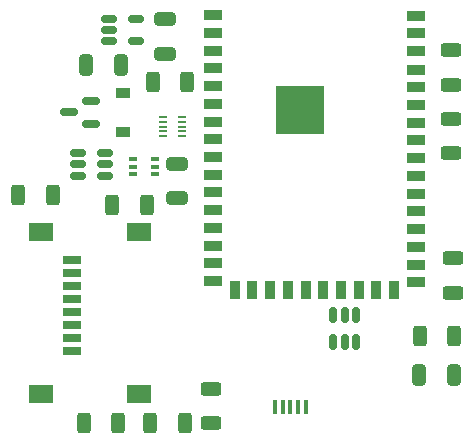
<source format=gbr>
%TF.GenerationSoftware,KiCad,Pcbnew,(6.0.2)*%
%TF.CreationDate,2022-04-10T15:53:23+02:00*%
%TF.ProjectId,V3,56332e6b-6963-4616-945f-706362585858,rev?*%
%TF.SameCoordinates,Original*%
%TF.FileFunction,Paste,Top*%
%TF.FilePolarity,Positive*%
%FSLAX46Y46*%
G04 Gerber Fmt 4.6, Leading zero omitted, Abs format (unit mm)*
G04 Created by KiCad (PCBNEW (6.0.2)) date 2022-04-10 15:53:23*
%MOMM*%
%LPD*%
G01*
G04 APERTURE LIST*
G04 Aperture macros list*
%AMRoundRect*
0 Rectangle with rounded corners*
0 $1 Rounding radius*
0 $2 $3 $4 $5 $6 $7 $8 $9 X,Y pos of 4 corners*
0 Add a 4 corners polygon primitive as box body*
4,1,4,$2,$3,$4,$5,$6,$7,$8,$9,$2,$3,0*
0 Add four circle primitives for the rounded corners*
1,1,$1+$1,$2,$3*
1,1,$1+$1,$4,$5*
1,1,$1+$1,$6,$7*
1,1,$1+$1,$8,$9*
0 Add four rect primitives between the rounded corners*
20,1,$1+$1,$2,$3,$4,$5,0*
20,1,$1+$1,$4,$5,$6,$7,0*
20,1,$1+$1,$6,$7,$8,$9,0*
20,1,$1+$1,$8,$9,$2,$3,0*%
G04 Aperture macros list end*
%ADD10RoundRect,0.250000X-0.625000X0.312500X-0.625000X-0.312500X0.625000X-0.312500X0.625000X0.312500X0*%
%ADD11RoundRect,0.250000X-0.650000X0.325000X-0.650000X-0.325000X0.650000X-0.325000X0.650000X0.325000X0*%
%ADD12RoundRect,0.250000X0.312500X0.625000X-0.312500X0.625000X-0.312500X-0.625000X0.312500X-0.625000X0*%
%ADD13R,2.050000X1.500000*%
%ADD14R,1.500000X0.800000*%
%ADD15RoundRect,0.150000X0.512500X0.150000X-0.512500X0.150000X-0.512500X-0.150000X0.512500X-0.150000X0*%
%ADD16R,0.650000X0.400000*%
%ADD17RoundRect,0.250000X-0.325000X-0.650000X0.325000X-0.650000X0.325000X0.650000X-0.325000X0.650000X0*%
%ADD18RoundRect,0.150000X0.587500X0.150000X-0.587500X0.150000X-0.587500X-0.150000X0.587500X-0.150000X0*%
%ADD19R,0.450000X1.300000*%
%ADD20R,0.700000X0.250000*%
%ADD21RoundRect,0.150000X-0.150000X0.512500X-0.150000X-0.512500X0.150000X-0.512500X0.150000X0.512500X0*%
%ADD22RoundRect,0.250000X-0.312500X-0.625000X0.312500X-0.625000X0.312500X0.625000X-0.312500X0.625000X0*%
%ADD23RoundRect,0.150000X-0.512500X-0.150000X0.512500X-0.150000X0.512500X0.150000X-0.512500X0.150000X0*%
%ADD24R,1.500000X0.900000*%
%ADD25R,0.900000X1.500000*%
%ADD26R,4.100000X4.100000*%
%ADD27R,1.200000X0.900000*%
G04 APERTURE END LIST*
D10*
%TO.C,R6*%
X141600000Y-105537500D03*
X141600000Y-108462500D03*
%TD*%
D11*
%TO.C,C2*%
X117400000Y-102925000D03*
X117400000Y-105875000D03*
%TD*%
D12*
%TO.C,R3*%
X107862500Y-117800000D03*
X104937500Y-117800000D03*
%TD*%
%TO.C,R2*%
X115862500Y-118600000D03*
X112937500Y-118600000D03*
%TD*%
D13*
%TO.C,J3*%
X106900000Y-120925000D03*
X115200000Y-120925000D03*
X115200000Y-134675000D03*
X106900000Y-134675000D03*
D14*
X109500000Y-123300000D03*
X109500000Y-124400000D03*
X109500000Y-125500000D03*
X109500000Y-126600000D03*
X109500000Y-127700000D03*
X109500000Y-128800000D03*
X109500000Y-129900000D03*
X109500000Y-131000000D03*
%TD*%
D11*
%TO.C,C4*%
X118400000Y-115125000D03*
X118400000Y-118075000D03*
%TD*%
D15*
%TO.C,U1*%
X112337500Y-116150000D03*
X112337500Y-115200000D03*
X112337500Y-114250000D03*
X110062500Y-114250000D03*
X110062500Y-115200000D03*
X110062500Y-116150000D03*
%TD*%
D16*
%TO.C,Q3*%
X114650000Y-114750000D03*
X114650000Y-115400000D03*
X114650000Y-116050000D03*
X116550000Y-116050000D03*
X116550000Y-115400000D03*
X116550000Y-114750000D03*
%TD*%
D12*
%TO.C,R4*%
X119262500Y-108200000D03*
X116337500Y-108200000D03*
%TD*%
%TO.C,R10*%
X119062500Y-137100000D03*
X116137500Y-137100000D03*
%TD*%
D17*
%TO.C,C1*%
X110725000Y-106800000D03*
X113675000Y-106800000D03*
%TD*%
D18*
%TO.C,Q1*%
X111137500Y-111750000D03*
X111137500Y-109850000D03*
X109262500Y-110800000D03*
%TD*%
D19*
%TO.C,J1*%
X126695000Y-135745000D03*
X127345000Y-135745000D03*
X127995000Y-135745000D03*
X128645000Y-135745000D03*
X129295000Y-135745000D03*
%TD*%
D20*
%TO.C,U4*%
X118800000Y-112800000D03*
X118800000Y-112400000D03*
X118800000Y-112000000D03*
X118800000Y-111600000D03*
X118800000Y-111200000D03*
X117200000Y-111200000D03*
X117200000Y-111600000D03*
X117200000Y-112000000D03*
X117200000Y-112400000D03*
X117200000Y-112800000D03*
%TD*%
D21*
%TO.C,U5*%
X133550000Y-127962500D03*
X132600000Y-127962500D03*
X131650000Y-127962500D03*
X131650000Y-130237500D03*
X132600000Y-130237500D03*
X133550000Y-130237500D03*
%TD*%
D22*
%TO.C,R1*%
X110487500Y-137100000D03*
X113412500Y-137100000D03*
%TD*%
D23*
%TO.C,U2*%
X112662500Y-102850000D03*
X112662500Y-103800000D03*
X112662500Y-104750000D03*
X114937500Y-104750000D03*
X114937500Y-102850000D03*
%TD*%
D22*
%TO.C,R5*%
X138937500Y-129700000D03*
X141862500Y-129700000D03*
%TD*%
D17*
%TO.C,C3*%
X141875000Y-133000000D03*
X138925000Y-133000000D03*
%TD*%
D24*
%TO.C,U3*%
X121415000Y-102575000D03*
X121415000Y-104075000D03*
X121415000Y-105575000D03*
X121415000Y-107075000D03*
X121415000Y-108575000D03*
X121415000Y-110075000D03*
X121415000Y-111575000D03*
X121415000Y-113075000D03*
X121415000Y-114575000D03*
X121415000Y-116075000D03*
X121415000Y-117575000D03*
X121415000Y-119075000D03*
X121415000Y-120575000D03*
X121415000Y-122075000D03*
X121415000Y-123575000D03*
X121415000Y-125075000D03*
D25*
X123290000Y-125825000D03*
X124790000Y-125825000D03*
X126290000Y-125825000D03*
X127790000Y-125825000D03*
X129290000Y-125825000D03*
X130790000Y-125825000D03*
X132290000Y-125825000D03*
X133790000Y-125825000D03*
X135290000Y-125825000D03*
X136790000Y-125825000D03*
D24*
X138665000Y-125175000D03*
X138665000Y-123675000D03*
X138665000Y-122175000D03*
X138665000Y-120675000D03*
X138665000Y-119175000D03*
X138665000Y-117675000D03*
X138665000Y-116175000D03*
X138665000Y-114675000D03*
X138665000Y-113175000D03*
X138665000Y-111675000D03*
X138665000Y-110175000D03*
X138665000Y-108675000D03*
X138665000Y-107175000D03*
X138665000Y-105575000D03*
X138665000Y-104075000D03*
X138665000Y-102675000D03*
D26*
X128850000Y-110615000D03*
%TD*%
D10*
%TO.C,R7*%
X141600000Y-111337500D03*
X141600000Y-114262500D03*
%TD*%
D27*
%TO.C,D1*%
X113800000Y-109150000D03*
X113800000Y-112450000D03*
%TD*%
D10*
%TO.C,R8*%
X141800000Y-123137500D03*
X141800000Y-126062500D03*
%TD*%
%TO.C,R9*%
X121300000Y-134187500D03*
X121300000Y-137112500D03*
%TD*%
M02*

</source>
